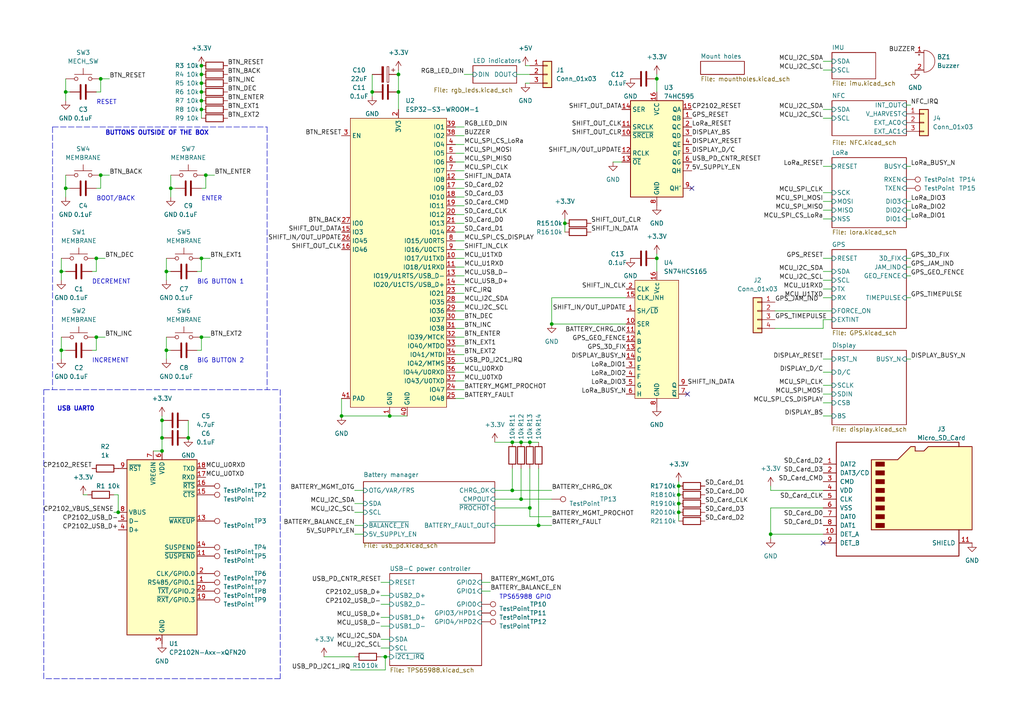
<source format=kicad_sch>
(kicad_sch (version 20211123) (generator eeschema)
  (paper "A4")
  (junction (at 151.13 144.78))
  (junction (at 156.21 152.4))
  (junction (at 58.42 19.05))
  (junction (at 58.42 26.67))
  (junction (at 19.05 26.67))
  (junction (at 99.06 120.65))
  (junction (at 58.42 31.75))
  (junction (at 46.99 130.81))
  (junction (at 27.94 74.93))
  (junction (at 29.21 50.8))
  (junction (at 17.78 101.6))
  (junction (at 46.99 121.92))
  (junction (at 29.21 22.86))
  (junction (at 19.05 54.61))
  (junction (at 190.5 22.86))
  (junction (at 196.85 143.51))
  (junction (at 190.5 74.93))
  (junction (at 111.76 190.5))
  (junction (at 196.85 140.97))
  (junction (at 58.42 74.93))
  (junction (at 148.59 128.27))
  (junction (at 153.67 128.27))
  (junction (at 115.57 26.67))
  (junction (at 196.85 148.59))
  (junction (at 148.59 142.24))
  (junction (at 115.57 21.59))
  (junction (at 46.99 127))
  (junction (at 151.13 128.27))
  (junction (at 48.26 101.6))
  (junction (at 59.69 50.8))
  (junction (at 223.52 154.94))
  (junction (at 58.42 29.21))
  (junction (at 17.78 78.74))
  (junction (at 160.02 93.98))
  (junction (at 49.53 54.61))
  (junction (at 196.85 146.05))
  (junction (at 54.61 127))
  (junction (at 58.42 97.79))
  (junction (at 58.42 24.13))
  (junction (at 107.95 26.67))
  (junction (at 27.94 97.79))
  (junction (at 34.29 148.59))
  (junction (at 48.26 78.74))
  (junction (at 113.03 120.65))
  (junction (at 163.83 64.77))
  (junction (at 58.42 21.59))
  (junction (at 153.67 147.32))
  (no_connect (at 199.39 114.3))
  (no_connect (at 238.76 157.48))
  (no_connect (at 200.66 54.61))
  (wire (pts (xy 115.57 21.59) (xy 115.57 26.67)))
  (wire (pts (xy 46.99 127) (xy 46.99 130.81)))
  (wire (pts (xy 143.51 142.24) (xy 148.59 142.24)))
  (polyline (pts (xy 12.7 196.85) (xy 12.7 113.03)))
  (wire (pts (xy 153.67 149.86) (xy 153.67 147.32)))
  (wire (pts (xy 190.5 22.86) (xy 190.5 26.67)))
  (wire (pts (xy 58.42 26.67) (xy 58.42 29.21)))
  (wire (pts (xy 132.08 102.87) (xy 134.62 102.87)))
  (wire (pts (xy 132.08 80.01) (xy 134.62 80.01)))
  (wire (pts (xy 142.24 171.45) (xy 139.7 171.45)))
  (wire (pts (xy 238.76 81.28) (xy 241.3 81.28)))
  (wire (pts (xy 134.62 74.93) (xy 132.08 74.93)))
  (wire (pts (xy 223.52 147.32) (xy 223.52 154.94)))
  (wire (pts (xy 223.52 142.24) (xy 223.52 140.97)))
  (wire (pts (xy 48.26 78.74) (xy 48.26 74.93)))
  (wire (pts (xy 153.67 128.27) (xy 156.21 128.27)))
  (wire (pts (xy 224.79 90.17) (xy 241.3 90.17)))
  (wire (pts (xy 134.62 44.45) (xy 132.08 44.45)))
  (wire (pts (xy 58.42 19.05) (xy 58.42 21.59)))
  (wire (pts (xy 238.76 147.32) (xy 223.52 147.32)))
  (wire (pts (xy 224.79 95.25) (xy 238.76 95.25)))
  (wire (pts (xy 196.85 143.51) (xy 196.85 146.05)))
  (wire (pts (xy 49.53 54.61) (xy 49.53 50.8)))
  (wire (pts (xy 102.87 154.94) (xy 105.41 154.94)))
  (wire (pts (xy 115.57 20.32) (xy 115.57 21.59)))
  (polyline (pts (xy 81.28 196.85) (xy 12.7 196.85)))
  (wire (pts (xy 196.85 148.59) (xy 196.85 151.13)))
  (wire (pts (xy 238.76 48.26) (xy 241.3 48.26)))
  (wire (pts (xy 190.5 74.93) (xy 190.5 78.74)))
  (wire (pts (xy 58.42 101.6) (xy 58.42 97.79)))
  (wire (pts (xy 110.49 181.61) (xy 113.03 181.61)))
  (wire (pts (xy 110.49 190.5) (xy 111.76 190.5)))
  (wire (pts (xy 134.62 64.77) (xy 132.08 64.77)))
  (wire (pts (xy 238.76 17.78) (xy 241.3 17.78)))
  (wire (pts (xy 58.42 31.75) (xy 58.42 34.29)))
  (wire (pts (xy 134.62 107.95) (xy 132.08 107.95)))
  (wire (pts (xy 238.76 92.71) (xy 241.3 92.71)))
  (wire (pts (xy 19.05 26.67) (xy 20.32 26.67)))
  (wire (pts (xy 153.67 24.13) (xy 152.4 24.13)))
  (wire (pts (xy 151.13 128.27) (xy 153.67 128.27)))
  (wire (pts (xy 101.6 194.31) (xy 111.76 194.31)))
  (wire (pts (xy 143.51 128.27) (xy 148.59 128.27)))
  (wire (pts (xy 190.5 73.66) (xy 190.5 74.93)))
  (wire (pts (xy 134.62 62.23) (xy 132.08 62.23)))
  (wire (pts (xy 223.52 154.94) (xy 223.52 156.21)))
  (wire (pts (xy 262.89 30.48) (xy 264.16 30.48)))
  (wire (pts (xy 29.21 50.8) (xy 31.75 50.8)))
  (wire (pts (xy 107.95 26.67) (xy 107.95 27.94)))
  (wire (pts (xy 238.76 74.93) (xy 241.3 74.93)))
  (wire (pts (xy 196.85 139.7) (xy 196.85 140.97)))
  (polyline (pts (xy 77.47 36.83) (xy 77.47 113.03)))
  (wire (pts (xy 262.89 48.26) (xy 264.16 48.26)))
  (wire (pts (xy 153.67 135.89) (xy 153.67 147.32)))
  (wire (pts (xy 27.94 97.79) (xy 30.48 97.79)))
  (wire (pts (xy 29.21 54.61) (xy 29.21 50.8)))
  (wire (pts (xy 139.7 168.91) (xy 142.24 168.91)))
  (wire (pts (xy 223.52 154.94) (xy 238.76 154.94)))
  (wire (pts (xy 143.51 152.4) (xy 156.21 152.4)))
  (wire (pts (xy 132.08 100.33) (xy 134.62 100.33)))
  (wire (pts (xy 152.4 19.05) (xy 153.67 19.05)))
  (wire (pts (xy 46.99 121.92) (xy 46.99 127)))
  (wire (pts (xy 49.53 57.15) (xy 49.53 54.61)))
  (wire (pts (xy 262.89 86.36) (xy 264.16 86.36)))
  (wire (pts (xy 262.89 58.42) (xy 264.16 58.42)))
  (wire (pts (xy 262.89 80.01) (xy 264.16 80.01)))
  (wire (pts (xy 33.02 148.59) (xy 34.29 148.59)))
  (wire (pts (xy 238.76 86.36) (xy 241.3 86.36)))
  (wire (pts (xy 17.78 101.6) (xy 17.78 97.79)))
  (wire (pts (xy 238.76 116.84) (xy 241.3 116.84)))
  (wire (pts (xy 262.89 63.5) (xy 264.16 63.5)))
  (wire (pts (xy 17.78 78.74) (xy 19.05 78.74)))
  (wire (pts (xy 143.51 147.32) (xy 153.67 147.32)))
  (wire (pts (xy 27.94 74.93) (xy 30.48 74.93)))
  (wire (pts (xy 160.02 86.36) (xy 160.02 93.98)))
  (wire (pts (xy 58.42 29.21) (xy 58.42 31.75)))
  (wire (pts (xy 132.08 97.79) (xy 134.62 97.79)))
  (wire (pts (xy 48.26 78.74) (xy 49.53 78.74)))
  (wire (pts (xy 238.76 95.25) (xy 238.76 92.71)))
  (wire (pts (xy 115.57 26.67) (xy 115.57 31.75)))
  (polyline (pts (xy 15.24 36.83) (xy 15.24 113.03)))
  (wire (pts (xy 58.42 21.59) (xy 58.42 24.13)))
  (wire (pts (xy 238.76 107.95) (xy 241.3 107.95)))
  (wire (pts (xy 132.08 110.49) (xy 134.62 110.49)))
  (wire (pts (xy 132.08 92.71) (xy 134.62 92.71)))
  (wire (pts (xy 190.5 21.59) (xy 190.5 22.86)))
  (wire (pts (xy 59.69 50.8) (xy 62.23 50.8)))
  (wire (pts (xy 27.94 78.74) (xy 27.94 74.93)))
  (wire (pts (xy 27.94 26.67) (xy 29.21 26.67)))
  (wire (pts (xy 148.59 128.27) (xy 151.13 128.27)))
  (wire (pts (xy 34.29 143.51) (xy 34.29 148.59)))
  (wire (pts (xy 46.99 120.65) (xy 46.99 121.92)))
  (wire (pts (xy 58.42 54.61) (xy 59.69 54.61)))
  (wire (pts (xy 134.62 67.31) (xy 132.08 67.31)))
  (wire (pts (xy 54.61 121.92) (xy 54.61 127)))
  (wire (pts (xy 151.13 135.89) (xy 151.13 144.78)))
  (wire (pts (xy 134.62 72.39) (xy 132.08 72.39)))
  (wire (pts (xy 134.62 46.99) (xy 132.08 46.99)))
  (wire (pts (xy 57.15 78.74) (xy 58.42 78.74)))
  (wire (pts (xy 110.49 187.96) (xy 113.03 187.96)))
  (wire (pts (xy 134.62 87.63) (xy 132.08 87.63)))
  (wire (pts (xy 238.76 63.5) (xy 241.3 63.5)))
  (wire (pts (xy 99.06 115.57) (xy 99.06 120.65)))
  (wire (pts (xy 238.76 114.3) (xy 241.3 114.3)))
  (wire (pts (xy 238.76 120.65) (xy 241.3 120.65)))
  (wire (pts (xy 134.62 77.47) (xy 132.08 77.47)))
  (wire (pts (xy 238.76 58.42) (xy 241.3 58.42)))
  (wire (pts (xy 49.53 54.61) (xy 50.8 54.61)))
  (wire (pts (xy 26.67 78.74) (xy 27.94 78.74)))
  (wire (pts (xy 102.87 190.5) (xy 93.98 190.5)))
  (wire (pts (xy 132.08 52.07) (xy 134.62 52.07)))
  (wire (pts (xy 110.49 175.26) (xy 113.03 175.26)))
  (wire (pts (xy 48.26 81.28) (xy 48.26 78.74)))
  (wire (pts (xy 238.76 104.14) (xy 241.3 104.14)))
  (wire (pts (xy 44.45 130.81) (xy 46.99 130.81)))
  (wire (pts (xy 19.05 26.67) (xy 19.05 22.86)))
  (wire (pts (xy 102.87 152.4) (xy 105.41 152.4)))
  (wire (pts (xy 238.76 60.96) (xy 241.3 60.96)))
  (wire (pts (xy 24.13 143.51) (xy 25.4 143.51)))
  (wire (pts (xy 156.21 152.4) (xy 160.02 152.4)))
  (wire (pts (xy 132.08 95.25) (xy 134.62 95.25)))
  (wire (pts (xy 238.76 78.74) (xy 241.3 78.74)))
  (wire (pts (xy 110.49 168.91) (xy 113.03 168.91)))
  (wire (pts (xy 29.21 26.67) (xy 29.21 22.86)))
  (wire (pts (xy 238.76 34.29) (xy 241.3 34.29)))
  (wire (pts (xy 107.95 21.59) (xy 107.95 26.67)))
  (wire (pts (xy 143.51 144.78) (xy 151.13 144.78)))
  (wire (pts (xy 238.76 142.24) (xy 223.52 142.24)))
  (wire (pts (xy 19.05 54.61) (xy 19.05 50.8)))
  (polyline (pts (xy 15.24 36.83) (xy 77.47 36.83)))
  (wire (pts (xy 151.13 144.78) (xy 160.02 144.78)))
  (wire (pts (xy 238.76 31.75) (xy 241.3 31.75)))
  (wire (pts (xy 238.76 55.88) (xy 241.3 55.88)))
  (wire (pts (xy 58.42 97.79) (xy 60.96 97.79)))
  (wire (pts (xy 134.62 21.59) (xy 137.16 21.59)))
  (wire (pts (xy 110.49 179.07) (xy 113.03 179.07)))
  (wire (pts (xy 113.03 120.65) (xy 118.11 120.65)))
  (wire (pts (xy 111.76 190.5) (xy 113.03 190.5)))
  (wire (pts (xy 177.8 46.99) (xy 180.34 46.99)))
  (wire (pts (xy 238.76 20.32) (xy 241.3 20.32)))
  (wire (pts (xy 134.62 36.83) (xy 132.08 36.83)))
  (wire (pts (xy 26.67 101.6) (xy 27.94 101.6)))
  (wire (pts (xy 17.78 81.28) (xy 17.78 78.74)))
  (wire (pts (xy 19.05 54.61) (xy 20.32 54.61)))
  (wire (pts (xy 153.67 21.59) (xy 149.86 21.59)))
  (wire (pts (xy 262.89 104.14) (xy 264.16 104.14)))
  (wire (pts (xy 132.08 49.53) (xy 134.62 49.53)))
  (wire (pts (xy 17.78 101.6) (xy 19.05 101.6)))
  (wire (pts (xy 148.59 135.89) (xy 148.59 142.24)))
  (wire (pts (xy 134.62 59.69) (xy 132.08 59.69)))
  (wire (pts (xy 102.87 142.24) (xy 105.41 142.24)))
  (wire (pts (xy 134.62 90.17) (xy 132.08 90.17)))
  (wire (pts (xy 160.02 149.86) (xy 153.67 149.86)))
  (wire (pts (xy 163.83 64.77) (xy 163.83 67.31)))
  (wire (pts (xy 134.62 57.15) (xy 132.08 57.15)))
  (wire (pts (xy 181.61 86.36) (xy 160.02 86.36)))
  (wire (pts (xy 27.94 101.6) (xy 27.94 97.79)))
  (wire (pts (xy 196.85 140.97) (xy 196.85 143.51)))
  (wire (pts (xy 134.62 41.91) (xy 132.08 41.91)))
  (wire (pts (xy 148.59 142.24) (xy 160.02 142.24)))
  (wire (pts (xy 102.87 146.05) (xy 105.41 146.05)))
  (wire (pts (xy 27.94 54.61) (xy 29.21 54.61)))
  (wire (pts (xy 17.78 78.74) (xy 17.78 74.93)))
  (wire (pts (xy 102.87 148.59) (xy 105.41 148.59)))
  (wire (pts (xy 132.08 82.55) (xy 134.62 82.55)))
  (wire (pts (xy 17.78 104.14) (xy 17.78 101.6)))
  (wire (pts (xy 134.62 39.37) (xy 132.08 39.37)))
  (wire (pts (xy 160.02 93.98) (xy 181.61 93.98)))
  (wire (pts (xy 238.76 83.82) (xy 241.3 83.82)))
  (wire (pts (xy 262.89 77.47) (xy 264.16 77.47)))
  (wire (pts (xy 134.62 85.09) (xy 132.08 85.09)))
  (wire (pts (xy 134.62 54.61) (xy 132.08 54.61)))
  (wire (pts (xy 33.02 143.51) (xy 34.29 143.51)))
  (wire (pts (xy 163.83 63.5) (xy 163.83 64.77)))
  (wire (pts (xy 110.49 172.72) (xy 113.03 172.72)))
  (wire (pts (xy 19.05 57.15) (xy 19.05 54.61)))
  (wire (pts (xy 110.49 185.42) (xy 113.03 185.42)))
  (polyline (pts (xy 12.7 113.03) (xy 81.28 113.03)))
  (wire (pts (xy 48.26 101.6) (xy 48.26 97.79)))
  (wire (pts (xy 132.08 115.57) (xy 134.62 115.57)))
  (wire (pts (xy 134.62 113.03) (xy 132.08 113.03)))
  (wire (pts (xy 99.06 120.65) (xy 113.03 120.65)))
  (wire (pts (xy 48.26 104.14) (xy 48.26 101.6)))
  (wire (pts (xy 19.05 29.21) (xy 19.05 26.67)))
  (wire (pts (xy 134.62 69.85) (xy 132.08 69.85)))
  (wire (pts (xy 29.21 22.86) (xy 31.75 22.86)))
  (wire (pts (xy 262.89 74.93) (xy 264.16 74.93)))
  (wire (pts (xy 111.76 194.31) (xy 111.76 190.5)))
  (wire (pts (xy 48.26 101.6) (xy 49.53 101.6)))
  (wire (pts (xy 132.08 105.41) (xy 134.62 105.41)))
  (wire (pts (xy 57.15 101.6) (xy 58.42 101.6)))
  (wire (pts (xy 262.89 60.96) (xy 264.16 60.96)))
  (polyline (pts (xy 81.28 113.03) (xy 81.28 196.85)))
  (wire (pts (xy 58.42 74.93) (xy 60.96 74.93)))
  (wire (pts (xy 238.76 111.76) (xy 241.3 111.76)))
  (wire (pts (xy 58.42 24.13) (xy 58.42 26.67)))
  (wire (pts (xy 59.69 54.61) (xy 59.69 50.8)))
  (wire (pts (xy 196.85 146.05) (xy 196.85 148.59)))
  (wire (pts (xy 156.21 135.89) (xy 156.21 152.4)))
  (wire (pts (xy 58.42 78.74) (xy 58.42 74.93)))
  (text "BOOT/BACK\n" (at 27.94 58.42 0) (effects (font (size 1.27 1.27)) (justify left bottom)))
  (text "ENTER" (at 58.42 58.42 0) (effects (font (size 1.27 1.27)) (justify left bottom)))
  (text "USB UART0" (at 16.51 119.38 0) (effects (font (size 1.27 1.27) bold) (justify left bottom)))
  (text "RESET\n" (at 27.94 30.48 0) (effects (font (size 1.27 1.27)) (justify left bottom)))
  (text "DECREMENT" (at 26.67 82.55 0) (effects (font (size 1.27 1.27)) (justify left bottom)))
  (text "INCREMENT\n" (at 26.67 105.41 0) (effects (font (size 1.27 1.27)) (justify left bottom)))
  (text "TPS65988 GPIO" (at 144.78 173.99 0) (effects (font (size 1.27 1.27)) (justify left bottom)))
  (text "BIG BUTTON 1" (at 57.15 82.55 0) (effects (font (size 1.27 1.27)) (justify left bottom)))
  (text "BUTTONS OUTSIDE OF THE BOX\n" (at 30.48 39.37 0) (effects (font (size 1.27 1.27) (thickness 0.254) bold) (justify left bottom)))
  (text "BIG BUTTON 2\n" (at 57.15 105.41 0) (effects (font (size 1.27 1.27)) (justify left bottom)))
  (label "SHIFT_IN{slash}OUT_UPDATE" (at 99.06 69.85 180))
  (label "SHIFT_OUT_CLK" (at 99.06 72.39 180))
  (label "DISPLAY_BS" (at 238.76 120.65 180))
  (label "LoRa_DIO3" (at 181.61 111.76 180))
  (label "BTN_EXT1" (at 134.62 100.33 0))
  (label "BATTERY_CHRG_OK" (at 181.61 96.52 180))
  (label "CP2102_USB_D+" (at 34.29 153.67 180))
  (label "SHIFT_OUT_CLK" (at 180.34 36.83 180))
  (label "LoRa_RESET" (at 238.76 48.26 180))
  (label "LoRa_BUSY_N" (at 264.16 48.26 0))
  (label "SD_Card_D0" (at 238.76 149.86 180))
  (label "SD_Card_CLK" (at 134.62 62.23 0))
  (label "MCU_I2C_SDA" (at 238.76 78.74 180))
  (label "SD_Card_D3" (at 204.47 148.59 0))
  (label "SHIFT_IN{slash}OUT_UPDATE" (at 180.34 44.45 180))
  (label "USB_PD_CNTR_RESET" (at 110.49 168.91 180))
  (label "GPS_JAM_IND" (at 224.79 87.63 0))
  (label "MCU_I2C_SCL" (at 238.76 81.28 180))
  (label "BTN_BACK" (at 31.75 50.8 0))
  (label "SD_Card_CMD" (at 238.76 139.7 180))
  (label "BTN_DEC" (at 66.04 26.67 0))
  (label "BTN_EXT2" (at 66.04 34.29 0))
  (label "MCU_I2C_SCL" (at 110.49 187.96 180))
  (label "MCU_USB_D+" (at 110.49 179.07 180))
  (label "MCU_USB_D-" (at 110.49 181.61 180))
  (label "MCU_USB_D-" (at 134.62 80.01 0))
  (label "BTN_DEC" (at 30.48 74.93 0))
  (label "LoRa_BUSY_N" (at 181.61 114.3 180))
  (label "BATTERY_CHRG_OK" (at 160.02 142.24 0))
  (label "USB_PD_I2C1_IRQ" (at 101.6 194.31 180))
  (label "SD_Card_D3" (at 134.62 57.15 0))
  (label "GPS_TIMEPULSE" (at 264.16 86.36 0))
  (label "SHIFT_OUT_DATA" (at 99.06 67.31 180))
  (label "BTN_ENTER" (at 134.62 97.79 0))
  (label "BTN_EXT2" (at 134.62 102.87 0))
  (label "SD_Card_D2" (at 238.76 134.62 180))
  (label "MCU_SPI_CLK" (at 238.76 55.88 180))
  (label "CP2102_USB_D-" (at 34.29 151.13 180))
  (label "5V_SUPPLY_EN" (at 200.66 49.53 0))
  (label "5V_SUPPLY_EN" (at 102.87 154.94 180))
  (label "NFC_IRQ" (at 264.16 30.48 0))
  (label "GPS_RESET" (at 200.66 34.29 0))
  (label "USB_PD_CNTR_RESET" (at 200.66 46.99 0))
  (label "LoRa_DIO1" (at 264.16 63.5 0))
  (label "BTN_INC" (at 66.04 24.13 0))
  (label "RGB_LED_DIN" (at 134.62 21.59 180))
  (label "MCU_U0RXD" (at 134.62 107.95 0))
  (label "SHIFT_IN_DATA" (at 171.45 67.31 0))
  (label "BATTERY_FAULT" (at 134.62 115.57 0))
  (label "SD_Card_CLK" (at 204.47 146.05 0))
  (label "SD_Card_CLK" (at 238.76 144.78 180))
  (label "DISPLAY_D{slash}C" (at 238.76 107.95 180))
  (label "SHIFT_IN_CLK" (at 181.61 83.82 180))
  (label "BUZZER" (at 134.62 39.37 0))
  (label "CP2102_USB_D+" (at 110.49 172.72 180))
  (label "SHIFT_IN_CLK" (at 134.62 72.39 0))
  (label "LoRa_DIO1" (at 181.61 106.68 180))
  (label "DISPLAY_RESET" (at 238.76 104.14 180))
  (label "LoRa_DIO3" (at 264.16 58.42 0))
  (label "MCU_I2C_SDA" (at 238.76 17.78 180))
  (label "BATTERY_BALANCE_EN" (at 142.24 171.45 0))
  (label "DISPLAY_BS" (at 200.66 39.37 0))
  (label "BATTERY_FAULT" (at 160.02 152.4 0))
  (label "MCU_I2C_SDA" (at 110.49 185.42 180))
  (label "MCU_SPI_CLK" (at 238.76 111.76 180))
  (label "LoRa_RESET" (at 200.66 36.83 0))
  (label "NFC_IRQ" (at 134.62 85.09 0))
  (label "MCU_I2C_SCL" (at 134.62 90.17 0))
  (label "MCU_I2C_SCL" (at 102.87 148.59 180))
  (label "SHIFT_IN_DATA" (at 199.39 111.76 0))
  (label "GPS_3D_FIX" (at 181.61 101.6 180))
  (label "SD_Card_D2" (at 134.62 54.61 0))
  (label "LoRa_DIO2" (at 264.16 60.96 0))
  (label "GPS_3D_FIX" (at 264.16 74.93 0))
  (label "MCU_U0TXD" (at 134.62 110.49 0))
  (label "MCU_SPI_MOSI" (at 238.76 114.3 180))
  (label "GPS_RESET" (at 238.76 74.93 180))
  (label "SD_Card_D2" (at 204.47 151.13 0))
  (label "BATTERY_MGMT_PROCHOT" (at 160.02 149.86 0))
  (label "SHIFT_OUT_CLR" (at 180.34 39.37 180))
  (label "MCU_SPI_MOSI" (at 134.62 44.45 0))
  (label "BATTERY_BALANCE_EN" (at 102.87 152.4 180))
  (label "SHIFT_IN_DATA" (at 134.62 52.07 0))
  (label "MCU_U1RXD" (at 134.62 77.47 0))
  (label "DISPLAY_BUSY_N" (at 181.61 104.14 180))
  (label "MCU_SPI_MOSI" (at 238.76 58.42 180))
  (label "CP2102_RESET" (at 26.67 135.89 180))
  (label "CP2102_RESET" (at 200.66 31.75 0))
  (label "SHIFT_OUT_DATA" (at 180.34 31.75 180))
  (label "BTN_RESET" (at 99.06 39.37 180))
  (label "GPS_GEO_FENCE" (at 181.61 99.06 180))
  (label "MCU_SPI_CS_DISPLAY" (at 134.62 69.85 0))
  (label "MCU_U1TXD" (at 134.62 74.93 0))
  (label "CP2102_USB_D-" (at 110.49 175.26 180))
  (label "SD_Card_D1" (at 134.62 67.31 0))
  (label "CP2102_VBUS_SENSE" (at 33.02 148.59 180))
  (label "BTN_BACK" (at 99.06 64.77 180))
  (label "MCU_SPI_CS_LoRa" (at 134.62 41.91 0))
  (label "MCU_U0RXD" (at 59.69 135.89 0))
  (label "BATTERY_MGMT_OTG" (at 142.24 168.91 0))
  (label "SD_Card_D3" (at 238.76 137.16 180))
  (label "GPS_JAM_IND" (at 264.16 77.47 0))
  (label "SD_Card_D0" (at 204.47 143.51 0))
  (label "MCU_SPI_MISO" (at 134.62 46.99 0))
  (label "SHIFT_OUT_CLR" (at 171.45 64.77 0))
  (label "BTN_INC" (at 134.62 95.25 0))
  (label "MCU_SPI_CS_LoRa" (at 238.76 63.5 180))
  (label "MCU_U0TXD" (at 59.69 138.43 0))
  (label "MCU_U1TXD" (at 238.76 86.36 180))
  (label "BATTERY_MGMT_PROCHOT" (at 134.62 113.03 0))
  (label "MCU_I2C_SDA" (at 102.87 146.05 180))
  (label "SHIFT_IN{slash}OUT_UPDATE" (at 181.61 90.17 180))
  (label "GPS_TIMEPULSE" (at 224.79 92.71 0))
  (label "GPS_GEO_FENCE" (at 264.16 80.01 0))
  (label "BTN_BACK" (at 66.04 21.59 0))
  (label "BUZZER" (at 265.43 15.24 180))
  (label "DISPLAY_D{slash}C" (at 200.66 44.45 0))
  (label "BTN_EXT1" (at 60.96 74.93 0))
  (label "SD_Card_D0" (at 134.62 64.77 0))
  (label "BTN_EXT2" (at 60.96 97.79 0))
  (label "DISPLAY_RESET" (at 200.66 41.91 0))
  (label "BTN_INC" (at 30.48 97.79 0))
  (label "BTN_ENTER" (at 62.23 50.8 0))
  (label "BTN_RESET" (at 66.04 19.05 0))
  (label "MCU_SPI_MISO" (at 238.76 60.96 180))
  (label "MCU_I2C_SDA" (at 238.76 31.75 180))
  (label "LoRa_DIO2" (at 181.61 109.22 180))
  (label "MCU_USB_D+" (at 134.62 82.55 0))
  (label "SD_Card_CMD" (at 134.62 59.69 0))
  (label "BTN_RESET" (at 31.75 22.86 0))
  (label "BATTERY_MGMT_OTG" (at 102.87 142.24 180))
  (label "SD_Card_D1" (at 238.76 152.4 180))
  (label "BTN_ENTER" (at 66.04 29.21 0))
  (label "MCU_I2C_SDA" (at 134.62 87.63 0))
  (label "USB_PD_I2C1_IRQ" (at 134.62 105.41 0))
  (label "DISPLAY_BUSY_N" (at 264.16 104.14 0))
  (label "MCU_SPI_CS_DISPLAY" (at 238.76 116.84 180))
  (label "MCU_I2C_SCL" (at 238.76 34.29 180))
  (label "MCU_I2C_SCL" (at 238.76 20.32 180))
  (label "MCU_U1RXD" (at 238.76 83.82 180))
  (label "RGB_LED_DIN" (at 134.62 36.83 0))
  (label "SD_Card_D1" (at 204.47 140.97 0))
  (label "MCU_SPI_CLK" (at 134.62 49.53 0))
  (label "BTN_DEC" (at 134.62 92.71 0))
  (label "BTN_EXT1" (at 66.04 31.75 0))
  (symbol (lib_id "Switch:SW_MEC_5G") (at 24.13 22.86 0) (unit 1)
    (property "Reference" "SW3" (at 24.13 15.24 0))
    (property "Value" "MECH_SW" (at 24.13 17.78 0))
    (property "Footprint" "airsoft_controller:SWITCH_TL3315NF250Q" (effects hide))
    (property "Datasheet" "http://www.apem.com/int/index.php?controller=attachment&id_attachment=488" (effects hide))
  )
  (symbol (lib_id "Connector:TestPoint") (at 139.7 177.8 270) (unit 1)
    (property "Reference" "TP11" (at 153.67 177.8 90) (effects (justify left)))
    (property "Value" "TestPoint" (at 144.78 179.0699 90) (effects (justify left)))
    (property "Footprint" "TestPoint:TestPoint_Pad_D1.5mm" (effects hide))
  )
  (symbol (lib_id "power:+3.3V") (at 93.98 190.5 0) (unit 1)
    (property "Reference" "#PWR013" (effects hide))
    (property "Value" "+3.3V" (at 93.98 185.42 0))
  )
  (symbol (lib_id "Device:C") (at 22.86 101.6 270) (unit 1)
    (property "Reference" "C2" (at 22.86 106.68 90))
    (property "Value" "0.1uF" (at 22.86 109.22 90))
    (property "Footprint" "Capacitor_SMD:C_0603_1608Metric_Pad1.08x0.95mm_HandSolder" (effects hide))
  )
  (symbol (lib_id "power:+3.3V") (at 190.5 73.66 0) (unit 1)
    (property "Reference" "#PWR027" (effects hide))
    (property "Value" "+3.3V" (at 190.5 68.58 0))
  )
  (symbol (lib_id "Device:C") (at 50.8 127 90) (unit 1)
    (property "Reference" "C6" (at 59.69 125.73 90))
    (property "Value" "0.1uF" (at 59.69 128.27 90))
    (property "Footprint" "Capacitor_SMD:C_0603_1608Metric_Pad1.08x0.95mm_HandSolder" (effects hide))
  )
  (symbol (lib_id "Connector_Generic:Conn_01x03") (at 158.75 21.59 0) (unit 1)
    (property "Reference" "J1" (at 161.29 20.3199 0) (effects (justify left)))
    (property "Value" "Conn_01x03" (at 161.29 22.8599 0) (effects (justify left)))
    (property "Footprint" "Connector_PinSocket_2.54mm:PinSocket_1x03_P2.54mm_Vertical" (effects hide))
  )
  (symbol (lib_id "Connector_Generic:Conn_01x04") (at 219.71 90.17 0) (mirror y) (unit 1)
    (property "Reference" "J2" (at 219.71 81.28 0))
    (property "Value" "Conn_01x03" (at 219.71 83.82 0))
    (property "Footprint" "Connector_PinSocket_2.54mm:PinSocket_1x04_P2.54mm_Vertical" (effects hide))
  )
  (symbol (lib_id "Device:Buzzer") (at 267.97 17.78 0) (unit 1)
    (property "Reference" "BZ1" (at 271.78 16.5099 0) (effects (justify left)))
    (property "Value" "Buzzer" (at 271.78 19.0499 0) (effects (justify left)))
    (property "Footprint" "airsoft_controller:Buzzer" (effects hide))
  )
  (symbol (lib_id "Switch:SW_Push") (at 22.86 74.93 0) (unit 1)
    (property "Reference" "SW1" (at 22.86 67.31 0))
    (property "Value" "MEMBRANE" (at 22.86 69.85 0))
    (property "Footprint" "airsoft_controller:SW_rubber_membrane_for_led" (effects hide))
  )
  (symbol (lib_id "power:+3.3V") (at 24.13 143.51 0) (unit 1)
    (property "Reference" "#PWR05" (effects hide))
    (property "Value" "+3.3V" (at 24.13 138.43 0))
  )
  (symbol (lib_id "Device:R") (at 62.23 19.05 90) (unit 1)
    (property "Reference" "R3" (at 52.07 19.05 90))
    (property "Value" "10k" (at 55.88 19.05 90))
    (property "Footprint" "Resistor_SMD:R_0603_1608Metric_Pad0.98x0.95mm_HandSolder" (effects hide))
  )
  (symbol (lib_id "power:GND") (at 49.53 57.15 0) (unit 1)
    (property "Reference" "#PWR010" (effects hide))
    (property "Value" "GND" (at 49.53 62.23 0))
  )
  (symbol (lib_id "Interface_USB:CP2102N-Axx-xQFN20") (at 46.99 158.75 0) (unit 1)
    (property "Reference" "U1" (at 49.0094 186.69 0) (effects (justify left)))
    (property "Value" "CP2102N-Axx-xQFN20" (at 49.0094 189.23 0) (effects (justify left)))
    (property "Footprint" "Package_DFN_QFN:SiliconLabs_QFN-20-1EP_3x3mm_P0.5mm_EP1.8x1.8mm" (effects hide))
    (property "Datasheet" "https://www.silabs.com/documents/public/data-sheets/cp2102n-datasheet.pdf" (effects hide))
  )
  (symbol (lib_id "power:GND") (at 48.26 81.28 0) (unit 1)
    (property "Reference" "#PWR08" (effects hide))
    (property "Value" "GND" (at 48.26 86.36 0))
  )
  (symbol (lib_id "Device:R") (at 62.23 34.29 90) (unit 1)
    (property "Reference" "R9" (at 52.07 34.29 90))
    (property "Value" "10k" (at 55.88 34.29 90))
    (property "Footprint" "Resistor_SMD:R_0603_1608Metric_Pad0.98x0.95mm_HandSolder" (effects hide))
  )
  (symbol (lib_id "Switch:SW_Push") (at 54.61 50.8 0) (unit 1)
    (property "Reference" "SW7" (at 54.61 43.18 0))
    (property "Value" "MEMBRANE" (at 54.61 45.72 0))
    (property "Footprint" "airsoft_controller:SW_rubber_membrane_for_led" (effects hide))
  )
  (symbol (lib_id "Device:R") (at 62.23 26.67 90) (unit 1)
    (property "Reference" "R6" (at 52.07 26.67 90))
    (property "Value" "10k" (at 55.88 26.67 90))
    (property "Footprint" "Resistor_SMD:R_0603_1608Metric_Pad0.98x0.95mm_HandSolder" (effects hide))
  )
  (symbol (lib_id "power:GND") (at 17.78 104.14 0) (unit 1)
    (property "Reference" "#PWR02" (effects hide))
    (property "Value" "GND" (at 17.78 109.22 0))
  )
  (symbol (lib_id "power:+5V") (at 152.4 19.05 0) (unit 1)
    (property "Reference" "#PWR018" (effects hide))
    (property "Value" "+5V" (at 152.4 13.97 0))
  )
  (symbol (lib_id "Device:R") (at 200.66 151.13 90) (unit 1)
    (property "Reference" "R21" (at 190.5 151.13 90))
    (property "Value" "10k" (at 194.31 151.13 90))
    (property "Footprint" "Resistor_SMD:R_0603_1608Metric_Pad0.98x0.95mm_HandSolder" (effects hide))
  )
  (symbol (lib_id "Device:C") (at 186.69 74.93 90) (unit 1)
    (property "Reference" "C13" (at 179.07 73.66 90))
    (property "Value" "0.1uF" (at 179.07 76.2 90))
    (property "Footprint" "Capacitor_SMD:C_0603_1608Metric_Pad1.08x0.95mm_HandSolder" (effects hide))
  )
  (symbol (lib_id "power:GND") (at 190.5 118.11 0) (unit 1)
    (property "Reference" "#PWR028" (effects hide))
    (property "Value" "GND" (at 190.5 123.19 0))
  )
  (symbol (lib_id "Device:C") (at 186.69 22.86 90) (unit 1)
    (property "Reference" "C12" (at 179.07 21.59 90))
    (property "Value" "0.1uF" (at 179.07 24.13 90))
    (property "Footprint" "Capacitor_SMD:C_0603_1608Metric_Pad1.08x0.95mm_HandSolder" (effects hide))
  )
  (symbol (lib_id "power:+3.3V") (at 46.99 120.65 0) (unit 1)
    (property "Reference" "#PWR06" (effects hide))
    (property "Value" "+3.3V" (at 46.99 115.57 0))
  )
  (symbol (lib_id "Device:R") (at 153.67 132.08 0) (unit 1)
    (property "Reference" "R13" (at 153.67 121.92 90))
    (property "Value" "10k" (at 153.67 125.73 90))
    (property "Footprint" "Resistor_SMD:R_0603_1608Metric_Pad0.98x0.95mm_HandSolder" (effects hide))
  )
  (symbol (lib_id "Connector:TestPoint") (at 59.69 151.13 270) (unit 1)
    (property "Reference" "TP3" (at 73.66 151.13 90) (effects (justify left)))
    (property "Value" "TestPoint" (at 64.77 152.3999 90) (effects (justify left)))
    (property "Footprint" "TestPoint:TestPoint_Pad_D1.5mm" (effects hide))
  )
  (symbol (lib_id "Device:C") (at 53.34 78.74 270) (unit 1)
    (property "Reference" "C7" (at 53.34 83.82 90))
    (property "Value" "0.1uF" (at 53.34 86.36 90))
    (property "Footprint" "Capacitor_SMD:C_0603_1608Metric_Pad1.08x0.95mm_HandSolder" (effects hide))
  )
  (symbol (lib_id "Connector_Generic:Conn_01x03") (at 267.97 35.56 0) (unit 1)
    (property "Reference" "J4" (at 270.51 34.2899 0) (effects (justify left)))
    (property "Value" "Conn_01x03" (at 270.51 36.8299 0) (effects (justify left)))
    (property "Footprint" "Connector_PinSocket_2.54mm:PinSocket_1x03_P2.54mm_Vertical" (effects hide))
  )
  (symbol (lib_id "Connector:TestPoint") (at 262.89 54.61 270) (unit 1)
    (property "Reference" "TP15" (at 278.13 54.61 90) (effects (justify left)))
    (property "Value" "TestPoint" (at 267.97 54.6099 90) (effects (justify left)))
    (property "Footprint" "TestPoint:TestPoint_Pad_D1.5mm" (effects hide))
  )
  (symbol (lib_id "power:GND") (at 177.8 46.99 0) (unit 1)
    (property "Reference" "#PWR022" (effects hide))
    (property "Value" "GND" (at 177.8 52.07 0))
  )
  (symbol (lib_id "Device:R") (at 151.13 132.08 0) (unit 1)
    (property "Reference" "R12" (at 151.13 121.92 90))
    (property "Value" "10k" (at 151.13 125.73 90))
    (property "Footprint" "Resistor_SMD:R_0603_1608Metric_Pad0.98x0.95mm_HandSolder" (effects hide))
  )
  (symbol (lib_id "power:GND") (at 19.05 29.21 0) (unit 1)
    (property "Reference" "#PWR03" (effects hide))
    (property "Value" "GND" (at 19.05 34.29 0))
  )
  (symbol (lib_id "Connector:TestPoint") (at 59.69 140.97 270) (unit 1)
    (property "Reference" "TP1" (at 73.66 140.97 90) (effects (justify left)))
    (property "Value" "TestPoint" (at 64.77 142.2399 90) (effects (justify left)))
    (property "Footprint" "TestPoint:TestPoint_Pad_D1.5mm" (effects hide))
  )
  (symbol (lib_id "power:GND") (at 223.52 156.21 0) (unit 1)
    (property "Reference" "#PWR031" (effects hide))
    (property "Value" "GND" (at 223.52 161.29 0))
  )
  (symbol (lib_id "Connector:TestPoint") (at 59.69 166.37 270) (unit 1)
    (property "Reference" "TP6" (at 73.66 166.37 90) (effects (justify left)))
    (property "Value" "TestPoint" (at 64.77 167.6399 90) (effects (justify left)))
    (property "Footprint" "TestPoint:TestPoint_Pad_D1.5mm" (effects hide))
  )
  (symbol (lib_id "Device:R") (at 148.59 132.08 0) (unit 1)
    (property "Reference" "R11" (at 148.59 121.92 90))
    (property "Value" "10k" (at 148.59 125.73 90))
    (property "Footprint" "Resistor_SMD:R_0603_1608Metric_Pad0.98x0.95mm_HandSolder" (effects hide))
  )
  (symbol (lib_id "power:+3.3V") (at 163.83 63.5 0) (unit 1)
    (property "Reference" "#PWR021" (effects hide))
    (property "Value" "+3.3V" (at 163.83 58.42 0))
  )
  (symbol (lib_id "power:GND") (at 265.43 20.32 0) (unit 1)
    (property "Reference" "#PWR032" (effects hide))
    (property "Value" "GND" (at 265.43 25.4 0))
  )
  (symbol (lib_id "Device:C") (at 22.86 78.74 270) (unit 1)
    (property "Reference" "C1" (at 22.86 83.82 90))
    (property "Value" "0.1uF" (at 22.86 86.36 90))
    (property "Footprint" "Capacitor_SMD:C_0603_1608Metric_Pad1.08x0.95mm_HandSolder" (effects hide))
  )
  (symbol (lib_id "Device:R") (at 167.64 64.77 90) (unit 1)
    (property "Reference" "R15" (at 157.48 64.77 90))
    (property "Value" "10k" (at 161.29 64.77 90))
    (property "Footprint" "Resistor_SMD:R_0603_1608Metric_Pad0.98x0.95mm_HandSolder" (effects hide))
  )
  (symbol (lib_id "Switch:SW_Push") (at 24.13 50.8 0) (unit 1)
    (property "Reference" "SW4" (at 24.13 43.18 0))
    (property "Value" "MEMBRANE" (at 24.13 45.72 0))
    (property "Footprint" "airsoft_controller:SW_rubber_membrane_for_led" (effects hide))
  )
  (symbol (lib_id "Connector:TestPoint") (at 59.69 168.91 270) (unit 1)
    (property "Reference" "TP7" (at 73.66 168.91 90) (effects (justify left)))
    (property "Value" "TestPoint" (at 64.77 170.1799 90) (effects (justify left)))
    (property "Footprint" "TestPoint:TestPoint_Pad_D1.5mm" (effects hide))
  )
  (symbol (lib_id "74xx:74HC595") (at 190.5 41.91 0) (unit 1)
    (property "Reference" "U3" (at 192.5194 25.4 0) (effects (justify left)))
    (property "Value" "74HC595" (at 192.5194 27.94 0) (effects (justify left)))
    (property "Footprint" "Package_SO:TSSOP-16_4.4x5mm_P0.65mm" (effects hide))
    (property "Datasheet" "http://www.ti.com/lit/ds/symlink/sn74hc595.pdf" (effects hide))
  )
  (symbol (lib_id "power:GND") (at 107.95 27.94 0) (unit 1)
    (property "Reference" "#PWR015" (effects hide))
    (property "Value" "GND" (at 107.95 33.02 0))
  )
  (symbol (lib_id "power:GND") (at 281.94 157.48 0) (unit 1)
    (property "Reference" "#PWR033" (effects hide))
    (property "Value" "GND" (at 281.94 162.56 0))
  )
  (symbol (lib_id "power:GND") (at 48.26 104.14 0) (unit 1)
    (property "Reference" "#PWR09" (effects hide))
    (property "Value" "GND" (at 48.26 109.22 0))
  )
  (symbol (lib_id "power:+3.3V") (at 190.5 21.59 0) (unit 1)
    (property "Reference" "#PWR025" (effects hide))
    (property "Value" "+3.3V" (at 190.5 16.51 0))
  )
  (symbol (lib_id "Device:R") (at 200.66 146.05 90) (unit 1)
    (property "Reference" "R19" (at 190.5 146.05 90))
    (property "Value" "10k" (at 194.31 146.05 90))
    (property "Footprint" "Resistor_SMD:R_0603_1608Metric_Pad0.98x0.95mm_HandSolder" (effects hide))
  )
  (symbol (lib_id "power:GND") (at 160.02 93.98 0) (unit 1)
    (property "Reference" "#PWR020" (effects hide))
    (property "Value" "GND" (at 160.02 99.06 0))
  )
  (symbol (lib_id "Connector:TestPoint") (at 139.7 180.34 270) (unit 1)
    (property "Reference" "TP12" (at 153.67 180.34 90) (effects (justify left)))
    (property "Value" "TestPoint" (at 144.78 181.6099 90) (effects (justify left)))
    (property "Footprint" "TestPoint:TestPoint_Pad_D1.5mm" (effects hide))
  )
  (symbol (lib_id "power:+3.3V") (at 143.51 128.27 0) (unit 1)
    (property "Reference" "#PWR017" (effects hide))
    (property "Value" "+3.3V" (at 143.51 123.19 0))
  )
  (symbol (lib_id "power:+3.3V") (at 223.52 140.97 0) (unit 1)
    (property "Reference" "#PWR030" (effects hide))
    (property "Value" "+3.3V" (at 223.52 135.89 0))
  )
  (symbol (lib_id "power:+3.3V") (at 58.42 19.05 0) (unit 1)
    (property "Reference" "#PWR012" (effects hide))
    (property "Value" "+3.3V" (at 58.42 13.97 0))
  )
  (symbol (lib_id "Device:C") (at 50.8 121.92 90) (unit 1)
    (property "Reference" "C5" (at 59.69 120.65 90))
    (property "Value" "4.7uF" (at 59.69 123.19 90))
    (property "Footprint" "Capacitor_SMD:C_0603_1608Metric_Pad1.08x0.95mm_HandSolder" (effects hide))
  )
  (symbol (lib_id "Switch:SW_Push") (at 53.34 74.93 0) (unit 1)
    (property "Reference" "SW5" (at 53.34 67.31 0))
    (property "Value" "MEMBRANE" (at 53.34 69.85 0))
    (property "Footprint" "airsoft_controller:SW_rubber_membrane_for_led" (effects hide))
  )
  (symbol (lib_id "Connector:TestPoint") (at 262.89 52.07 270) (unit 1)
    (property "Reference" "TP14" (at 278.13 52.07 90) (effects (justify left)))
    (property "Value" "TestPoint" (at 267.97 52.0699 90) (effects (justify left)))
    (property "Footprint" "TestPoint:TestPoint_Pad_D1.5mm" (effects hide))
  )
  (symbol (lib_id "Device:C") (at 24.13 54.61 270) (unit 1)
    (property "Reference" "C4" (at 24.13 59.69 90))
    (property "Value" "0.1uF" (at 24.13 62.23 90))
    (property "Footprint" "Capacitor_SMD:C_0603_1608Metric_Pad1.08x0.95mm_HandSolder" (effects hide))
  )
  (symbol (lib_id "Device:C") (at 24.13 26.67 270) (unit 1)
    (property "Reference" "C3" (at 24.13 31.75 90))
    (property "Value" "0.1uF" (at 24.13 34.29 90))
    (property "Footprint" "Capacitor_SMD:C_0603_1608Metric_Pad1.08x0.95mm_HandSolder" (effects hide))
  )
  (symbol (lib_id "Device:R") (at 62.23 24.13 90) (unit 1)
    (property "Reference" "R5" (at 52.07 24.13 90))
    (property "Value" "10k" (at 55.88 24.13 90))
    (property "Footprint" "Resistor_SMD:R_0603_1608Metric_Pad0.98x0.95mm_HandSolder" (effects hide))
  )
  (symbol (lib_id "power:GND") (at 182.88 22.86 0) (unit 1)
    (property "Reference" "#PWR023" (effects hide))
    (property "Value" "GND" (at 182.88 27.94 0))
  )
  (symbol (lib_id "Connector:Micro_SD_Card_Det") (at 261.62 144.78 0) (unit 1)
    (property "Reference" "J3" (at 273.05 124.46 0))
    (property "Value" "Micro_SD_Card" (at 273.05 127 0))
    (property "Footprint" "airsoft_controller:microSD-W3JA7HH800293" (effects hide))
    (property "Datasheet" "https://www.hirose.com/product/en/download_file/key_name/DM3/category/Catalog/doc_file_id/49662/?file_category_id=4&item_id=195&is_series=1" (effects hide))
  )
  (symbol (lib_id "power:+3.3V") (at 115.57 20.32 0) (unit 1)
    (property "Reference" "#PWR016" (effects hide))
    (property "Value" "+3.3V" (at 115.57 15.24 0))
  )
  (symbol (lib_id "Device:R") (at 62.23 29.21 90) (unit 1)
    (property "Reference" "R7" (at 52.07 29.21 90))
    (property "Value" "10k" (at 55.88 29.21 90))
    (property "Footprint" "Resistor_SMD:R_0603_1608Metric_Pad0.98x0.95mm_HandSolder" (effects hide))
  )
  (symbol (lib_id "airsoft_controller:SN74HCS165") (at 190.5 99.06 0) (unit 1)
    (property "Reference" "U4" (at 192.5194 76.2 0) (effects (justify left)))
    (property "Value" "SN74HCS165" (at 192.5194 78.74 0) (effects (justify left)))
    (property "Footprint" "Package_SO:TSSOP-16_4.4x5mm_P0.65mm" (effects hide))
    (property "Datasheet" "https://www.ti.com/general/docs/suppproductinfo.tsp?distId=26&gotoUrl=https://www.ti.com/lit/gpn/sn74hcs16507" (effects hide))
  )
  (symbol (lib_id "Device:R") (at 106.68 190.5 90) (unit 1)
    (property "Reference" "R10" (at 104.14 193.04 90))
    (property "Value" "10k" (at 107.95 193.04 90))
    (property "Footprint" "Resistor_SMD:R_0603_1608Metric_Pad0.98x0.95mm_HandSolder" (effects hide))
  )
  (symbol (lib_id "Switch:SW_Push") (at 22.86 97.79 0) (unit 1)
    (property "Reference" "SW2" (at 22.86 90.17 0))
    (property "Value" "MEMBRANE" (at 22.86 92.71 0))
    (property "Footprint" "airsoft_controller:SW_rubber_membrane_for_led" (effects hide))
  )
  (symbol (lib_id "Device:R") (at 200.66 143.51 90) (unit 1)
    (property "Reference" "R18" (at 190.5 143.51 90))
    (property "Value" "10k" (at 194.31 143.51 90))
    (property "Footprint" "Resistor_SMD:R_0603_1608Metric_Pad0.98x0.95mm_HandSolder" (effects hide))
  )
  (symbol (lib_id "Device:R") (at 29.21 143.51 90) (unit 1)
    (property "Reference" "R1" (at 29.21 140.97 90))
    (property "Value" "10k" (at 33.02 140.97 90))
    (property "Footprint" "Resistor_SMD:R_0603_1608Metric_Pad0.98x0.95mm_HandSolder" (effects hide))
  )
  (symbol (lib_id "power:GND") (at 99.06 120.65 0) (unit 1)
    (property "Reference" "#PWR014" (effects hide))
    (property "Value" "GND" (at 99.06 125.73 0))
  )
  (symbol (lib_id "Device:R") (at 62.23 31.75 90) (unit 1)
    (property "Reference" "R8" (at 52.07 31.75 90))
    (property "Value" "10k" (at 55.88 31.75 90))
    (property "Footprint" "Resistor_SMD:R_0603_1608Metric_Pad0.98x0.95mm_HandSolder" (effects hide))
  )
  (symbol (lib_id "power:GND") (at 17.78 81.28 0) (unit 1)
    (property "Reference" "#PWR01" (effects hide))
    (property "Value" "GND" (at 17.78 86.36 0))
  )
  (symbol (lib_id "power:GND") (at 182.88 74.93 0) (unit 1)
    (property "Reference" "#PWR024" (effects hide))
    (property "Value" "GND" (at 182.88 80.01 0))
  )
  (symbol (lib_id "Switch:SW_Push") (at 53.34 97.79 0) (unit 1)
    (property "Reference" "SW6" (at 53.34 90.17 0))
    (property "Value" "MEMBRANE" (at 53.34 92.71 0))
    (property "Footprint" "airsoft_controller:SW_rubber_membrane_for_led" (effects hide))
  )
  (symbol (lib_id "power:+3.3V") (at 196.85 139.7 0) (unit 1)
    (property "Reference" "#PWR029" (effects hide))
    (property "Value" "+3.3V" (at 196.85 134.62 0))
  )
  (symbol (lib_id "Connector:TestPoint") (at 160.02 144.78 270) (unit 1)
    (property "Reference" "TP13" (at 173.99 144.78 90) (effects (justify left)))
    (property "Value" "TestPoint" (at 165.1 146.0499 90) (effects (justify left)))
    (property "Footprint" "TestPoint:TestPoint_Pad_D1.5mm" (effects hide))
  )
  (symbol (lib_id "Connector:TestPoint") (at 139.7 175.26 270) (unit 1)
    (property "Reference" "TP10" (at 153.67 175.26 90) (effects (justify left)))
    (property "Value" "TestPoint" (at 144.78 176.5299 90) (effects (justify left)))
    (property "Footprint" "TestPoint:TestPoint_Pad_D1.5mm" (effects hide))
  )
  (symbol (lib_id "power:GND") (at 46.99 186.69 0) (unit 1)
    (property "Reference" "#PWR07" (effects hide))
    (property "Value" "GND" (at 46.99 191.77 0))
  )
  (symbol (lib_id "Device:R") (at 167.64 67.31 90) (unit 1)
    (property "Reference" "R16" (at 157.48 67.31 90))
    (property "Value" "10k" (at 161.29 67.31 90))
    (property "Footprint" "Resistor_SMD:R_0603_1608Metric_Pad0.98x0.95mm_HandSolder" (effects hide))
  )
  (symbol (lib_id "Device:R") (at 62.23 21.59 90) (unit 1)
    (property "Reference" "R4" (at 52.07 21.59 90))
    (property "Value" "10k" (at 55.88 21.59 90))
    (property "Footprint" "Resistor_SMD:R_0603_1608Metric_Pad0.98x0.95mm_HandSolder" (effects hide))
  )
  (symbol (lib_id "Device:C") (at 54.61 54.61 270) (unit 1)
    (property "Reference" "C9" (at 54.61 59.69 90))
    (property "Value" "0.1uF" (at 54.61 62.23 90))
    (property "Footprint" "Capacitor_SMD:C_0603_1608Metric_Pad1.08x0.95mm_HandSolder" (effects hide))
  )
  (symbol (lib_id "Connector:TestPoint") (at 59.69 158.75 270) (unit 1)
    (property "Reference" "TP4" (at 73.66 158.75 90) (effects (justify left)))
    (property "Value" "TestPoint" (at 64.77 160.0199 90) (effects (justify left)))
    (property "Footprint" "TestPoint:TestPoint_Pad_D1.5mm" (effects hide))
  )
  (symbol (lib_id "Connector:TestPoint") (at 59.69 173.99 270) (unit 1)
    (property "Reference" "TP9" (at 73.66 173.99 90) (effects (justify left)))
    (property "Value" "TestPoint" (at 64.77 175.2599 90) (effects (justify left)))
    (property "Footprint" "TestPoint:TestPoint_Pad_D1.5mm" (effects hide))
  )
  (symbol (lib_id "Connector:TestPoint") (at 59.69 143.51 270) (unit 1)
    (property "Reference" "TP2" (at 73.66 143.51 90) (effects (justify left)))
    (property "Value" "TestPoint" (at 64.77 144.7799 90) (effects (justify left)))
    (property "Footprint" "TestPoint:TestPoint_Pad_D1.5mm" (effects hide))
  )
  (symbol (lib_id "Device:C") (at 53.34 101.6 270) (unit 1)
    (property "Reference" "C8" (at 53.34 106.68 90))
    (property "Value" "0.1uF" (at 53.34 109.22 90))
    (property "Footprint" "Capacitor_SMD:C_0603_1608Metric_Pad1.08x0.95mm_HandSolder" (effects hide))
  )
  (symbol (lib_id "Device:R") (at 30.48 135.89 90) (unit 1)
    (property "Reference" "R2" (at 30.48 129.54 90))
    (property "Value" "1k" (at 30.48 132.08 90))
    (property "Footprint" "Resistor_SMD:R_0603_1608Metric_Pad0.98x0.95mm_HandSolder" (effects hide))
  )
  (symbol (lib_id "Connector:TestPoint") (at 59.69 161.29 270) (unit 1)
    (property "Reference" "TP5" (at 73.66 161.29 90) (effects (justify left)))
    (property "Value" "TestPoint" (at 64.77 162.5599 90) (effects (justify left)))
    (property "Footprint" "TestPoint:TestPoint_Pad_D1.5mm" (effects hide))
  )
  (symbol (lib_id "power:GND") (at 54.61 127 0) (unit 1)
    (property "Reference" "#PWR011" (effects hide))
    (property "Value" "GND" (at 54.61 132.08 0))
  )
  (symbol (lib_id "Device:R") (at 156.21 132.08 0) (unit 1)
    (property "Reference" "R14" (at 156.21 121.92 90))
    (property "Value" "10k" (at 156.21 125.73 90))
    (property "Footprint" "Resistor_SMD:R_0603_1608Metric_Pad0.98x0.95mm_HandSolder" (effects hide))
  )
  (symbol (lib_id "Device:R") (at 200.66 148.59 90) (unit 1)
    (property "Reference" "R20" (at 190.5 148.59 90))
    (property "Value" "10k" (at 194.31 148.59 90))
    (property "Footprint" "Resistor_SMD:R_0603_1608Metric_Pad0.98x0.95mm_HandSolder" (effects hide))
  )
  (symbol (lib_id "Device:C_Polarized") (at 111.76 21.59 270) (unit 1)
    (property "Reference" "C10" (at 104.14 20.32 90))
    (property "Value" "22uF" (at 104.14 22.86 90))
    (property "Footprint" "Capacitor_SMD:CP_Elec_5x5.3" (effects hide))
  )
  (symbol (lib_id "power:GND") (at 190.5 59.69 0) (unit 1)
    (property "Reference" "#PWR026" (effects hide))
    (property "Value" "GND" (at 190.5 64.77 0))
  )
  (symbol (lib_id "power:GND") (at 152.4 24.13 0) (unit 1)
    (property "Reference" "#PWR019" (effects hide))
    (property "Value" "GND" (at 152.4 29.21 0))
  )
  (symbol (lib_id "power:GND") (at 19.05 57.15 0) (unit 1)
    (property "Reference" "#PWR04" (effects hide))
    (property "Value" "GND" (at 19.05 62.23 0))
  )
  (symbol (lib_id "Device:R") (at 200.66 140.97 90) (unit 1)
    (property "Reference" "R17" (at 190.5 140.97 90))
    (property "Value" "10k" (at 194.31 140.97 90))
    (property "Footprint" "Resistor_SMD:R_0603_1608Metric_Pad0.98x0.95mm_HandSolder" (effects hide))
  )
  (symbol (lib_id "Device:C") (at 111.76 26.67 90) (unit 1)
    (property "Reference" "C11" (at 104.14 25.4 90))
    (property "Value" "0.1uF" (at 104.14 27.94 90))
    (property "Footprint" "Capacitor_SMD:C_0603_1608Metric_Pad1.08x0.95mm_HandSolder" (effects hide))
  )
  (symbol (lib_id "Connector:TestPoint") (at 59.69 171.45 270) (unit 1)
    (property "Reference" "TP8" (at 73.66 171.45 90) (effects (justify left)))
    (property "Value" "TestPoint" (at 64.77 172.7199 90) (effects (justify left)))
    (property "Footprint" "TestPoint:TestPoint_Pad_D1.5mm" (effects hide))
  )
  (symbol (lib_id "airsoft_controller:ESP32-S3-WROOM-1") (at 115.57 76.2 0) (unit 1)
    (property "Reference" "U2" (at 117.5894 29.21 0) (effects (justify left)))
    (property "Value" "ESP32-S3-WROOM-1" (at 117.5894 31.75 0) (effects (justify left)))
    (property "Footprint" "airsoft_controller:ESP32­S3­WROOM­1" (effects hide))
    (property "Datasheet" "https://www.mouser.ee/datasheet/2/891/esp32_s3_wroom_1_wroom_1u_datasheet_en-2930317.pdf" (effects hide))
  )
  (sheet (at 241.3 29.21) (size 21.59 10.16) (stroke (width 0.1524))
    (property "Sheet name" "NFC" (at 241.3 28.4984 0) (effects (justify left bottom)))
    (property "Sheet file" "NFC.kicad_sch" (at 241.3 40.64 0) (effects (justify left top)))
    (pin "SDA" input (at 241.3 31.75 180))
    (pin "SCL" input (at 241.3 34.29 180))
    (pin "INT_OUT" input (at 262.89 30.48 0))
    (pin "EXT_AC1" input (at 262.89 38.1 0))
    (pin "EXT_AC0" input (at 262.89 35.56 0))
    (pin "V_HARVEST" input (at 262.89 33.02 0))
  )
  (sheet (at 241.3 45.72) (size 21.59 20.32) (stroke (width 0.1524))
    (property "Sheet name" "LoRa" (at 241.3 45.0084 0) (effects (justify left bottom)))
    (property "Sheet file" "lora.kicad_sch" (at 241.3 66.6246 0) (effects (justify left top)))
    (pin "MOSI" input (at 241.3 58.42 180))
    (pin "MISO" input (at 241.3 60.96 180))
    (pin "SCK" input (at 241.3 55.88 180))
    (pin "BUSY" input (at 262.89 48.26 0))
    (pin "NSS" input (at 241.3 63.5 180))
    (pin "RESET" input (at 241.3 48.26 180))
    (pin "RXEN" input (at 262.89 52.07 0))
    (pin "DIO3" input (at 262.89 58.42 0))
    (pin "TXEN" input (at 262.89 54.61 0))
    (pin "DIO1" input (at 262.89 63.5 0))
    (pin "DIO2" input (at 262.89 60.96 0))
  )
  (sheet (at 241.3 15.24) (size 12.7 7.62) (stroke (width 0.1524))
    (property "Sheet name" "IMU" (at 241.3 14.5284 0) (effects (justify left bottom)))
    (property "Sheet file" "imu.kicad_sch" (at 241.3 23.4446 0) (effects (justify left top)))
    (pin "SDA" input (at 241.3 17.78 180))
    (pin "SCL" input (at 241.3 20.32 180))
  )
  (sheet (at 105.41 139.7) (size 38.1 17.78) (stroke (width 0.1524))
    (property "Sheet name" "Battery manager" (at 105.41 138.43 0) (effects (justify left bottom)))
    (property "Sheet file" "usb_pd.kicad_sch" (at 105.41 157.48 0) (effects (justify left top)))
    (pin "CMPOUT" input (at 143.51 144.78 0))
    (pin "SCL" input (at 105.41 148.59 180))
    (pin "SDA" input (at 105.41 146.05 180))
    (pin "OTG{slash}VAR{slash}FRS" input (at 105.41 142.24 180))
    (pin "CHRG_OK" input (at 143.51 142.24 0))
    (pin "~{PROCHOT}" input (at 143.51 147.32 0))
    (pin "~{BALANCE_EN}" input (at 105.41 152.4 180))
    (pin "BATTERY_FAULT_OUT" input (at 143.51 152.4 0))
    (pin "5V_SUPPLY_EN" input (at 105.41 154.94 180))
  )
  (sheet (at 241.3 101.6) (size 21.59 21.59) (stroke (width 0.1524))
    (property "Sheet name" "Display" (at 241.3 100.8884 0) (effects (justify left bottom)))
    (property "Sheet file" "display.kicad_sch" (at 241.3 123.7746 0) (effects (justify left top)))
    (pin "BUSY_N" input (at 262.89 104.14 0))
    (pin "BS" input (at 241.3 120.65 180))
    (pin "D{slash}C" input (at 241.3 107.95 180))
    (pin "RST_N" input (at 241.3 104.14 180))
    (pin "CSB" input (at 241.3 116.84 180))
    (pin "SDIN" input (at 241.3 114.3 180))
    (pin "SCLK" input (at 241.3 111.76 180))
  )
  (sheet (at 137.16 19.05) (size 12.7 5.08) (stroke (width 0.1524))
    (property "Sheet name" "LED indicators" (at 137.16 18.3384 0) (effects (justify left bottom)))
    (property "Sheet file" "rgb_leds.kicad_sch" (at 125.73 25.4 0) (effects (justify left top)))
    (pin "DIN" input (at 137.16 21.59 180))
    (pin "DOUT" input (at 149.86 21.59 0))
  )
  (sheet (at 241.3 72.39) (size 21.59 22.86) (stroke (width 0.1524))
    (property "Sheet name" "GPS" (at 241.3 71.6784 0) (effects (justify left bottom)))
    (property "Sheet file" "GPS.kicad_sch" (at 241.3 95.8346 0) (effects (justify left top)))
    (pin "RESET" input (at 241.3 74.93 180))
    (pin "SDA" input (at 241.3 78.74 180))
    (pin "SCL" input (at 241.3 81.28 180))
    (pin "TX" input (at 241.3 83.82 180))
    (pin "RX" input (at 241.3 86.36 180))
    (pin "EXTINT" input (at 241.3 92.71 180))
    (pin "FORCE_ON" input (at 241.3 90.17 180))
    (pin "GEO_FENCE" input (at 262.89 80.01 0))
    (pin "JAM_IND" input (at 262.89 77.47 0))
    (pin "3D_FIX" input (at 262.89 74.93 0))
    (pin "TIMEPULSE" input (at 262.89 86.36 0))
  )
  (sheet (at 203.2 17.78) (size 12.7 3.81) (stroke (width 0.1524))
    (property "Sheet name" "Mount holes" (at 203.2 17.0684 0) (effects (justify left bottom)))
    (property "Sheet file" "mountholes.kicad_sch" (at 203.2 22.1746 0) (effects (justify left top)))
  )
  (sheet (at 113.03 166.37) (size 26.67 26.67) (stroke (width 0.1524))
    (property "Sheet name" "USB-C power controller" (at 113.03 165.6584 0) (effects (justify left bottom)))
    (property "Sheet file" "TPS65988.kicad_sch" (at 113.03 193.6246 0) (effects (justify left top)))
    (pin "USB2_D+" input (at 113.03 172.72 180))
    (pin "USB2_D-" input (at 113.03 175.26 180))
    (pin "USB1_D+" input (at 113.03 179.07 180))
    (pin "USB1_D-" input (at 113.03 181.61 180))
    (pin "RESET" input (at 113.03 168.91 180))
    (pin "SCL" input (at 113.03 187.96 180))
    (pin "SDA" input (at 113.03 185.42 180))
    (pin "~{I2C1_IRQ}" input (at 113.03 190.5 180))
    (pin "GPIO4{slash}HPD2" input (at 139.7 180.34 0))
    (pin "GPIO3{slash}HPD1" input (at 139.7 177.8 0))
    (pin "GPIO2" input (at 139.7 168.91 0))
    (pin "GPIO0" input (at 139.7 175.26 0))
    (pin "GPIO1" input (at 139.7 171.45 0))
  )
)
</source>
